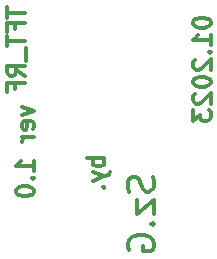
<source format=gbr>
%TF.GenerationSoftware,KiCad,Pcbnew,(6.0.7)*%
%TF.CreationDate,2023-01-25T23:34:06+01:00*%
%TF.ProjectId,TFT_RF_1.0,5446545f-5246-45f3-912e-302e6b696361,rev?*%
%TF.SameCoordinates,Original*%
%TF.FileFunction,Legend,Bot*%
%TF.FilePolarity,Positive*%
%FSLAX46Y46*%
G04 Gerber Fmt 4.6, Leading zero omitted, Abs format (unit mm)*
G04 Created by KiCad (PCBNEW (6.0.7)) date 2023-01-25 23:34:06*
%MOMM*%
%LPD*%
G01*
G04 APERTURE LIST*
%ADD10C,0.300000*%
G04 APERTURE END LIST*
D10*
X50928571Y-767857D02*
X50928571Y-1625000D01*
X52428571Y-1196428D02*
X50928571Y-1196428D01*
X51642857Y-2625000D02*
X51642857Y-2125000D01*
X52428571Y-2125000D02*
X50928571Y-2125000D01*
X50928571Y-2839285D01*
X50928571Y-3196428D02*
X50928571Y-4053571D01*
X52428571Y-3625000D02*
X50928571Y-3625000D01*
X52571428Y-4196428D02*
X52571428Y-5339285D01*
X52428571Y-6553571D02*
X51714285Y-6053571D01*
X52428571Y-5696428D02*
X50928571Y-5696428D01*
X50928571Y-6267857D01*
X51000000Y-6410714D01*
X51071428Y-6482142D01*
X51214285Y-6553571D01*
X51428571Y-6553571D01*
X51571428Y-6482142D01*
X51642857Y-6410714D01*
X51714285Y-6267857D01*
X51714285Y-5696428D01*
X51642857Y-7696428D02*
X51642857Y-7196428D01*
X52428571Y-7196428D02*
X50928571Y-7196428D01*
X50928571Y-7910714D01*
X52178571Y-9178571D02*
X53178571Y-9535714D01*
X52178571Y-9892857D01*
X53107142Y-11035714D02*
X53178571Y-10892857D01*
X53178571Y-10607142D01*
X53107142Y-10464285D01*
X52964285Y-10392857D01*
X52392857Y-10392857D01*
X52250000Y-10464285D01*
X52178571Y-10607142D01*
X52178571Y-10892857D01*
X52250000Y-11035714D01*
X52392857Y-11107142D01*
X52535714Y-11107142D01*
X52678571Y-10392857D01*
X53178571Y-11750000D02*
X52178571Y-11750000D01*
X52464285Y-11750000D02*
X52321428Y-11821428D01*
X52250000Y-11892857D01*
X52178571Y-12035714D01*
X52178571Y-12178571D01*
X53178571Y-14607142D02*
X53178571Y-13750000D01*
X53178571Y-14178571D02*
X51678571Y-14178571D01*
X51892857Y-14035714D01*
X52035714Y-13892857D01*
X52107142Y-13750000D01*
X53035714Y-15250000D02*
X53107142Y-15321428D01*
X53178571Y-15250000D01*
X53107142Y-15178571D01*
X53035714Y-15250000D01*
X53178571Y-15250000D01*
X51678571Y-16250000D02*
X51678571Y-16392857D01*
X51750000Y-16535714D01*
X51821428Y-16607142D01*
X51964285Y-16678571D01*
X52250000Y-16750000D01*
X52607142Y-16750000D01*
X52892857Y-16678571D01*
X53035714Y-16607142D01*
X53107142Y-16535714D01*
X53178571Y-16392857D01*
X53178571Y-16250000D01*
X53107142Y-16107142D01*
X53035714Y-16035714D01*
X52892857Y-15964285D01*
X52607142Y-15892857D01*
X52250000Y-15892857D01*
X51964285Y-15964285D01*
X51821428Y-16035714D01*
X51750000Y-16107142D01*
X51678571Y-16250000D01*
X63265476Y-15107142D02*
X63370238Y-15421428D01*
X63370238Y-15945238D01*
X63265476Y-16154761D01*
X63160714Y-16259523D01*
X62951190Y-16364285D01*
X62741666Y-16364285D01*
X62532142Y-16259523D01*
X62427380Y-16154761D01*
X62322619Y-15945238D01*
X62217857Y-15526190D01*
X62113095Y-15316666D01*
X62008333Y-15211904D01*
X61798809Y-15107142D01*
X61589285Y-15107142D01*
X61379761Y-15211904D01*
X61275000Y-15316666D01*
X61170238Y-15526190D01*
X61170238Y-16050000D01*
X61275000Y-16364285D01*
X61903571Y-17097619D02*
X61903571Y-18250000D01*
X63370238Y-17097619D01*
X63370238Y-18250000D01*
X63160714Y-19088095D02*
X63265476Y-19192857D01*
X63370238Y-19088095D01*
X63265476Y-18983333D01*
X63160714Y-19088095D01*
X63370238Y-19088095D01*
X61275000Y-21288095D02*
X61170238Y-21078571D01*
X61170238Y-20764285D01*
X61275000Y-20450000D01*
X61484523Y-20240476D01*
X61694047Y-20135714D01*
X62113095Y-20030952D01*
X62427380Y-20030952D01*
X62846428Y-20135714D01*
X63055952Y-20240476D01*
X63265476Y-20450000D01*
X63370238Y-20764285D01*
X63370238Y-20973809D01*
X63265476Y-21288095D01*
X63160714Y-21392857D01*
X62427380Y-21392857D01*
X62427380Y-20973809D01*
X59178571Y-13500000D02*
X57678571Y-13500000D01*
X58250000Y-13500000D02*
X58178571Y-13642857D01*
X58178571Y-13928571D01*
X58250000Y-14071428D01*
X58321428Y-14142857D01*
X58464285Y-14214285D01*
X58892857Y-14214285D01*
X59035714Y-14142857D01*
X59107142Y-14071428D01*
X59178571Y-13928571D01*
X59178571Y-13642857D01*
X59107142Y-13500000D01*
X58178571Y-14714285D02*
X59178571Y-15071428D01*
X58178571Y-15428571D02*
X59178571Y-15071428D01*
X59535714Y-14928571D01*
X59607142Y-14857142D01*
X59678571Y-14714285D01*
X59035714Y-16000000D02*
X59107142Y-16071428D01*
X59178571Y-16000000D01*
X59107142Y-15928571D01*
X59035714Y-16000000D01*
X59178571Y-16000000D01*
X66678571Y-2000000D02*
X66678571Y-2142857D01*
X66750000Y-2285714D01*
X66821428Y-2357142D01*
X66964285Y-2428571D01*
X67250000Y-2500000D01*
X67607142Y-2500000D01*
X67892857Y-2428571D01*
X68035714Y-2357142D01*
X68107142Y-2285714D01*
X68178571Y-2142857D01*
X68178571Y-2000000D01*
X68107142Y-1857142D01*
X68035714Y-1785714D01*
X67892857Y-1714285D01*
X67607142Y-1642857D01*
X67250000Y-1642857D01*
X66964285Y-1714285D01*
X66821428Y-1785714D01*
X66750000Y-1857142D01*
X66678571Y-2000000D01*
X68178571Y-3928571D02*
X68178571Y-3071428D01*
X68178571Y-3500000D02*
X66678571Y-3500000D01*
X66892857Y-3357142D01*
X67035714Y-3214285D01*
X67107142Y-3071428D01*
X68035714Y-4571428D02*
X68107142Y-4642857D01*
X68178571Y-4571428D01*
X68107142Y-4500000D01*
X68035714Y-4571428D01*
X68178571Y-4571428D01*
X66821428Y-5214285D02*
X66750000Y-5285714D01*
X66678571Y-5428571D01*
X66678571Y-5785714D01*
X66750000Y-5928571D01*
X66821428Y-6000000D01*
X66964285Y-6071428D01*
X67107142Y-6071428D01*
X67321428Y-6000000D01*
X68178571Y-5142857D01*
X68178571Y-6071428D01*
X66678571Y-7000000D02*
X66678571Y-7142857D01*
X66750000Y-7285714D01*
X66821428Y-7357142D01*
X66964285Y-7428571D01*
X67250000Y-7500000D01*
X67607142Y-7500000D01*
X67892857Y-7428571D01*
X68035714Y-7357142D01*
X68107142Y-7285714D01*
X68178571Y-7142857D01*
X68178571Y-7000000D01*
X68107142Y-6857142D01*
X68035714Y-6785714D01*
X67892857Y-6714285D01*
X67607142Y-6642857D01*
X67250000Y-6642857D01*
X66964285Y-6714285D01*
X66821428Y-6785714D01*
X66750000Y-6857142D01*
X66678571Y-7000000D01*
X66821428Y-8071428D02*
X66750000Y-8142857D01*
X66678571Y-8285714D01*
X66678571Y-8642857D01*
X66750000Y-8785714D01*
X66821428Y-8857142D01*
X66964285Y-8928571D01*
X67107142Y-8928571D01*
X67321428Y-8857142D01*
X68178571Y-8000000D01*
X68178571Y-8928571D01*
X66678571Y-9428571D02*
X66678571Y-10357142D01*
X67250000Y-9857142D01*
X67250000Y-10071428D01*
X67321428Y-10214285D01*
X67392857Y-10285714D01*
X67535714Y-10357142D01*
X67892857Y-10357142D01*
X68035714Y-10285714D01*
X68107142Y-10214285D01*
X68178571Y-10071428D01*
X68178571Y-9642857D01*
X68107142Y-9500000D01*
X68035714Y-9428571D01*
M02*

</source>
